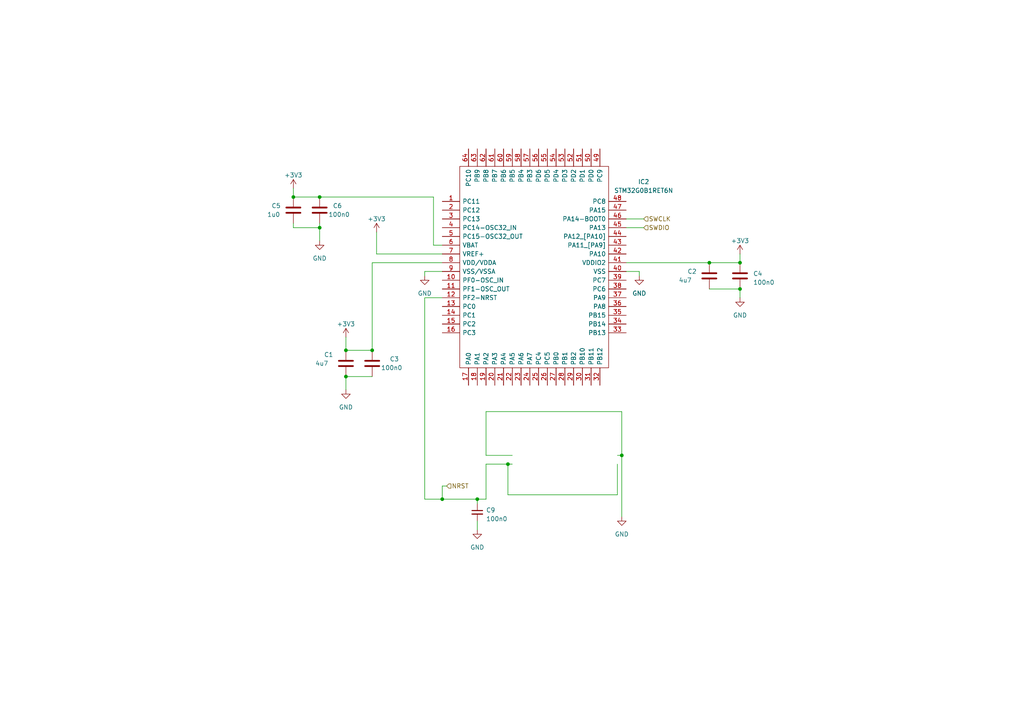
<source format=kicad_sch>
(kicad_sch (version 20230121) (generator eeschema)
  (paper "A4")
  (title_block (title "PCB Test") (rev "0.0.1") (company "Bantha Boi"))
  (lib_symbols
    (symbol "Device:C" (pin_numbers hide) (pin_names (offset 0.254))
      (property "Reference" "C" (at 0.635 2.54 0))
      (property "Value" "C" (at 0.635 -2.54 0))
      (symbol "C_0_1"
        (polyline (pts (xy -2.032 -0.762) (xy 2.032 -0.762)) (stroke (width 0.508)))
        (polyline (pts (xy -2.032 0.762) (xy 2.032 0.762)) (stroke (width 0.508)))
      )
      (symbol "C_1_1"
        (pin passive line (at 0 3.81 270) (length 2.794) (name "~") (number "1"))
        (pin passive line (at 0 -3.81 90) (length 2.794) (name "~") (number "2"))
      )
    )
    (symbol "Device:C_Small" (pin_numbers hide) (pin_names (offset 0.254) hide)
      (property "Reference" "C" (at 0.254 1.778 0))
      (property "Value" "C_Small" (at 0.254 -2.032 0))
      (symbol "C_Small_0_1"
        (polyline (pts (xy -1.524 -0.508) (xy 1.524 -0.508)) (stroke (width 0.3302)))
        (polyline (pts (xy -1.524 0.508) (xy 1.524 0.508)) (stroke (width 0.3048)))
      )
      (symbol "C_Small_1_1"
        (pin passive line (at 0 2.54 270) (length 2.032) (name "~") (number "1"))
        (pin passive line (at 0 -2.54 90) (length 2.032) (name "~") (number "2"))
      )
    )
    (symbol "Sama:STM32G0B1RET6N" (pin_names (offset 0.762))
      (property "Reference" "IC" (at 49.53 15.24 0))
      (property "Value" "STM32G0B1RET6N" (at 49.53 12.7 0))
      (symbol "STM32G0B1RET6N_0_0"
        (pin passive line (at 0 0 0) (length 5.08) (name "PC11") (number "1"))
        (pin passive line (at 0 -22.86 0) (length 5.08) (name "PF0-OSC_IN") (number "10"))
        (pin passive line (at 0 -25.4 0) (length 5.08) (name "PF1-OSC_OUT") (number "11"))
        (pin passive line (at 0 -27.94 0) (length 5.08) (name "PF2-NRST") (number "12"))
        (pin passive line (at 0 -30.48 0) (length 5.08) (name "PC0") (number "13"))
        (pin passive line (at 0 -33.02 0) (length 5.08) (name "PC1") (number "14"))
        (pin passive line (at 0 -35.56 0) (length 5.08) (name "PC2") (number "15"))
        (pin passive line (at 0 -38.1 0) (length 5.08) (name "PC3") (number "16"))
        (pin passive line (at 7.62 -53.34 90) (length 5.08) (name "PA0") (number "17"))
        (pin passive line (at 10.16 -53.34 90) (length 5.08) (name "PA1") (number "18"))
        (pin passive line (at 12.7 -53.34 90) (length 5.08) (name "PA2") (number "19"))
        (pin passive line (at 0 -2.54 0) (length 5.08) (name "PC12") (number "2"))
        (pin passive line (at 15.24 -53.34 90) (length 5.08) (name "PA3") (number "20"))
        (pin passive line (at 17.78 -53.34 90) (length 5.08) (name "PA4") (number "21"))
        (pin passive line (at 20.32 -53.34 90) (length 5.08) (name "PA5") (number "22"))
        (pin passive line (at 22.86 -53.34 90) (length 5.08) (name "PA6") (number "23"))
        (pin passive line (at 25.4 -53.34 90) (length 5.08) (name "PA7") (number "24"))
        (pin passive line (at 27.94 -53.34 90) (length 5.08) (name "PC4") (number "25"))
        (pin passive line (at 30.48 -53.34 90) (length 5.08) (name "PC5") (number "26"))
        (pin passive line (at 33.02 -53.34 90) (length 5.08) (name "PB0") (number "27"))
        (pin passive line (at 35.56 -53.34 90) (length 5.08) (name "PB1") (number "28"))
        (pin passive line (at 38.1 -53.34 90) (length 5.08) (name "PB2") (number "29"))
        (pin passive line (at 0 -5.08 0) (length 5.08) (name "PC13") (number "3"))
        (pin passive line (at 40.64 -53.34 90) (length 5.08) (name "PB10") (number "30"))
        (pin passive line (at 43.18 -53.34 90) (length 5.08) (name "PB11") (number "31"))
        (pin passive line (at 45.72 -53.34 90) (length 5.08) (name "PB12") (number "32"))
        (pin passive line (at 53.34 -38.1 180) (length 5.08) (name "PB13") (number "33"))
        (pin passive line (at 53.34 -35.56 180) (length 5.08) (name "PB14") (number "34"))
        (pin passive line (at 53.34 -33.02 180) (length 5.08) (name "PB15") (number "35"))
        (pin passive line (at 53.34 -30.48 180) (length 5.08) (name "PA8") (number "36"))
        (pin passive line (at 53.34 -27.94 180) (length 5.08) (name "PA9") (number "37"))
        (pin passive line (at 53.34 -25.4 180) (length 5.08) (name "PC6") (number "38"))
        (pin passive line (at 53.34 -22.86 180) (length 5.08) (name "PC7") (number "39"))
        (pin passive line (at 0 -7.62 0) (length 5.08) (name "PC14-OSC32_IN") (number "4"))
        (pin passive line (at 53.34 -20.32 180) (length 5.08) (name "VSS") (number "40"))
        (pin passive line (at 53.34 -17.78 180) (length 5.08) (name "VDDIO2") (number "41"))
        (pin passive line (at 53.34 -15.24 180) (length 5.08) (name "PA10") (number "42"))
        (pin passive line (at 53.34 -12.7 180) (length 5.08) (name "PA11_[PA9]") (number "43"))
        (pin passive line (at 53.34 -10.16 180) (length 5.08) (name "PA12_[PA10]") (number "44"))
        (pin passive line (at 53.34 -7.62 180) (length 5.08) (name "PA13") (number "45"))
        (pin passive line (at 53.34 -5.08 180) (length 5.08) (name "PA14-BOOT0") (number "46"))
        (pin passive line (at 53.34 -2.54 180) (length 5.08) (name "PA15") (number "47"))
        (pin passive line (at 53.34 0 180) (length 5.08) (name "PC8") (number "48"))
        (pin passive line (at 45.72 15.24 270) (length 5.08) (name "PC9") (number "49"))
        (pin passive line (at 0 -10.16 0) (length 5.08) (name "PC15-OSC32_OUT") (number "5"))
        (pin passive line (at 43.18 15.24 270) (length 5.08) (name "PD0") (number "50"))
        (pin passive line (at 40.64 15.24 270) (length 5.08) (name "PD1") (number "51"))
        (pin passive line (at 38.1 15.24 270) (length 5.08) (name "PD2") (number "52"))
        (pin passive line (at 35.56 15.24 270) (length 5.08) (name "PD3") (number "53"))
        (pin passive line (at 33.02 15.24 270) (length 5.08) (name "PD4") (number "54"))
        (pin passive line (at 30.48 15.24 270) (length 5.08) (name "PD5") (number "55"))
        (pin passive line (at 27.94 15.24 270) (length 5.08) (name "PD6") (number "56"))
        (pin passive line (at 25.4 15.24 270) (length 5.08) (name "PB3") (number "57"))
        (pin passive line (at 22.86 15.24 270) (length 5.08) (name "PB4") (number "58"))
        (pin passive line (at 20.32 15.24 270) (length 5.08) (name "PB5") (number "59"))
        (pin passive line (at 0 -12.7 0) (length 5.08) (name "VBAT") (number "6"))
        (pin passive line (at 17.78 15.24 270) (length 5.08) (name "PB6") (number "60"))
        (pin passive line (at 15.24 15.24 270) (length 5.08) (name "PB7") (number "61"))
        (pin passive line (at 12.7 15.24 270) (length 5.08) (name "PB8") (number "62"))
        (pin passive line (at 10.16 15.24 270) (length 5.08) (name "PB9") (number "63"))
        (pin passive line (at 7.62 15.24 270) (length 5.08) (name "PC10") (number "64"))
        (pin passive line (at 0 -15.24 0) (length 5.08) (name "VREF+") (number "7"))
        (pin passive line (at 0 -17.78 0) (length 5.08) (name "VDD/VDDA") (number "8"))
        (pin passive line (at 0 -20.32 0) (length 5.08) (name "VSS/VSSA") (number "9"))
      )
      (symbol "STM32G0B1RET6N_0_1"
        (polyline (pts (xy 5.08 10.16) (xy 48.26 10.16) (xy 48.26 -48.26) (xy 5.08 -48.26) (xy 5.08 10.16)) (stroke (width 0.1524)))
      )
    )
    (symbol "power:+3V3" (power) (pin_names (offset 0))
      (property "Value" "+3V3" (at 0 3.556 0))
      (symbol "+3V3_0_1"
        (polyline (pts (xy -0.762 1.27) (xy 0 2.54)))
        (polyline (pts (xy 0 0) (xy 0 2.54)))
        (polyline (pts (xy 0 2.54) (xy 0.762 1.27)))
      )
      (symbol "+3V3_1_1"
        (pin power_in line (at 0 0 90) (length 0) hide (name "+3V3") (number "1"))
      )
    )
    (symbol "power:GND" (power) (pin_names (offset 0))
      (property "Value" "GND" (at 0 -3.81 0))
      (symbol "GND_0_1"
        (polyline (pts (xy 0 0) (xy 0 -1.27) (xy 1.27 -1.27) (xy 0 -2.54) (xy -1.27 -1.27) (xy 0 -1.27)))
      )
      (symbol "GND_1_1"
        (pin power_in line (at 0 0 270) (length 0) hide (name "GND") (number "1"))
      )
    )
  )
  (junction (at 214.63 76.2))
  (junction (at 205.74 76.2))
  (junction (at 147.32 134.62))
  (junction (at 100.33 101.6))
  (junction (at 128.27 144.78))
  (junction (at 85.09 57.15))
  (junction (at 180.34 132.08))
  (junction (at 100.33 109.22))
  (junction (at 107.95 101.6))
  (junction (at 214.63 83.82))
  (junction (at 138.43 144.78))
  (junction (at 92.71 66.04))
  (junction (at 92.71 57.15))
  (wire (pts (xy 128.27 86.36) (xy 123.19 86.36)))
  (wire (pts (xy 85.09 66.04) (xy 85.09 64.77)))
  (wire (pts (xy 205.74 76.2) (xy 214.63 76.2)))
  (wire (pts (xy 129.54 140.97) (xy 128.27 140.97)))
  (wire (pts (xy 147.32 143.51) (xy 147.32 134.62)))
  (wire (pts (xy 205.74 83.82) (xy 214.63 83.82)))
  (wire (pts (xy 107.95 76.2) (xy 128.27 76.2)))
  (wire (pts (xy 147.32 134.62) (xy 148.59 134.62)))
  (wire (pts (xy 100.33 97.79) (xy 100.33 101.6)))
  (wire (pts (xy 140.97 132.08) (xy 140.97 119.38)))
  (wire (pts (xy 181.61 76.2) (xy 205.74 76.2)))
  (wire (pts (xy 185.42 80.01) (xy 185.42 78.74)))
  (wire (pts (xy 180.34 132.08) (xy 179.07 132.08)))
  (wire (pts (xy 128.27 144.78) (xy 138.43 144.78)))
  (wire (pts (xy 214.63 83.82) (xy 214.63 86.36)))
  (wire (pts (xy 180.34 119.38) (xy 180.34 132.08)))
  (wire (pts (xy 138.43 144.78) (xy 140.97 144.78)))
  (wire (pts (xy 125.73 57.15) (xy 125.73 71.12)))
  (wire (pts (xy 100.33 101.6) (xy 107.95 101.6)))
  (wire (pts (xy 180.34 132.08) (xy 180.34 149.86)))
  (wire (pts (xy 125.73 71.12) (xy 128.27 71.12)))
  (wire (pts (xy 179.07 134.62) (xy 179.07 143.51)))
  (wire (pts (xy 100.33 109.22) (xy 107.95 109.22)))
  (wire (pts (xy 92.71 66.04) (xy 92.71 64.77)))
  (wire (pts (xy 92.71 66.04) (xy 92.71 69.85)))
  (wire (pts (xy 92.71 57.15) (xy 125.73 57.15)))
  (wire (pts (xy 109.22 67.31) (xy 109.22 73.66)))
  (wire (pts (xy 85.09 66.04) (xy 92.71 66.04)))
  (wire (pts (xy 140.97 119.38) (xy 180.34 119.38)))
  (wire (pts (xy 181.61 63.5) (xy 186.69 63.5)))
  (wire (pts (xy 181.61 66.04) (xy 186.69 66.04)))
  (wire (pts (xy 138.43 151.13) (xy 138.43 153.67)))
  (wire (pts (xy 128.27 73.66) (xy 109.22 73.66)))
  (wire (pts (xy 128.27 140.97) (xy 128.27 144.78)))
  (wire (pts (xy 214.63 73.66) (xy 214.63 76.2)))
  (wire (pts (xy 123.19 78.74) (xy 128.27 78.74)))
  (wire (pts (xy 140.97 134.62) (xy 147.32 134.62)))
  (wire (pts (xy 107.95 76.2) (xy 107.95 101.6)))
  (wire (pts (xy 179.07 143.51) (xy 147.32 143.51)))
  (wire (pts (xy 138.43 144.78) (xy 138.43 146.05)))
  (wire (pts (xy 181.61 78.74) (xy 185.42 78.74)))
  (wire (pts (xy 100.33 109.22) (xy 100.33 113.03)))
  (wire (pts (xy 123.19 86.36) (xy 123.19 144.78)))
  (wire (pts (xy 123.19 80.01) (xy 123.19 78.74)))
  (wire (pts (xy 140.97 134.62) (xy 140.97 144.78)))
  (wire (pts (xy 85.09 54.61) (xy 85.09 57.15)))
  (wire (pts (xy 148.59 132.08) (xy 140.97 132.08)))
  (wire (pts (xy 123.19 144.78) (xy 128.27 144.78)))
  (wire (pts (xy 85.09 57.15) (xy 92.71 57.15)))
  (hierarchical_label "SWCLK" (shape input) (at 186.69 63.5 0))
  (hierarchical_label "NRST" (shape input) (at 129.54 140.97 0))
  (hierarchical_label "SWDIO" (shape input) (at 186.69 66.04 0))
  (symbol (lib_id "Device:C") (at 214.63 80.01 0) (unit 1)
    (property "Reference" "C4" (at 218.44 79.375 0) (effects (justify left)))
    (property "Value" "100n0" (at 218.44 81.915 0) (effects (justify left)))
    (property "Footprint" "Capacitor_SMD:C_0805_2012Metric" (effects hide))
  )
  (symbol (lib_id "power:GND") (at 180.34 149.86 0) (unit 1)
    (property "Reference" "#PWR026" (effects hide))
    (property "Value" "GND" (at 180.34 154.94 0))
    (instances (project "FinalPCB" (path "" (reference "#PWR026") (unit 1))) (project "le_of" (path "" (reference "#PWR019") (unit 1))))
  )
  (symbol (lib_id "power:GND") (at 214.63 86.36 0) (unit 1)
    (property "Reference" "#PWR020" (effects hide))
    (property "Value" "GND" (at 214.63 91.44 0))
  )
  (symbol (lib_id "Device:C") (at 100.33 105.41 0) (unit 1)
    (property "Reference" "C1" (at 93.98 102.87 0) (effects (justify left)))
    (property "Value" "4u7" (at 91.44 105.41 0) (effects (justify left)))
    (property "Footprint" "Capacitor_SMD:C_0805_2012Metric" (effects hide))
  )
  (symbol (lib_id "power:+3V3") (at 85.09 54.61 0) (unit 1)
    (property "Reference" "#PWR07" (effects hide))
    (property "Value" "+3V3" (at 85.09 50.8 0))
  )
  (symbol (lib_id "power:GND") (at 123.19 80.01 0) (unit 1)
    (property "Reference" "#PWR021" (effects hide))
    (property "Value" "GND" (at 123.19 85.09 0))
  )
  (symbol (lib_id "power:GND") (at 100.33 113.03 0) (unit 1)
    (property "Reference" "#PWR04" (effects hide))
    (property "Value" "GND" (at 100.33 118.11 0))
  )
  (symbol (lib_id "power:+3V3") (at 100.33 97.79 0) (unit 1)
    (property "Reference" "#PWR06" (effects hide))
    (property "Value" "+3V3" (at 100.33 93.98 0))
  )
  (symbol (lib_id "Device:C") (at 107.95 105.41 0) (unit 1)
    (property "Reference" "C3" (at 113.03 104.14 0) (effects (justify left)))
    (property "Value" "100n0" (at 110.49 106.68 0) (effects (justify left)))
    (property "Footprint" "Capacitor_SMD:C_0805_2012Metric" (effects hide))
  )
  (symbol (lib_id "power:GND") (at 92.71 69.85 0) (unit 1)
    (property "Reference" "#PWR03" (effects hide))
    (property "Value" "GND" (at 92.71 74.93 0))
  )
  (symbol (lib_id "power:+3V3") (at 109.22 67.31 0) (unit 1)
    (property "Reference" "#PWR02" (effects hide))
    (property "Value" "+3V3" (at 109.22 63.5 0))
  )
  (symbol (lib_id "Sama:STM32G0B1RET6N") (at 128.27 58.42 0) (unit 1)
    (property "Reference" "IC2" (at 186.69 52.7303 0))
    (property "Value" "STM32G0B1RET6N" (at 186.69 55.2703 0))
    (property "Footprint" "QFP50P1200X1200X160-64N" (effects hide))
    (property "Datasheet" "https://www.st.com/resource/en/datasheet/stm32g0b1cc.pdf" (effects hide))
    (property "Description" "Mainstream Arm Cortex-M0+ 32-bit MCU, up to 512KB Flash, 144KB RAM, 6x USART, timers, ADC, DAC, comm. I/Fs, 1.7-3.6V" (effects hide))
    (property "Height" "1.6" (effects hide))
    (property "Manufacturer_Name" "STMicroelectronics" (effects hide))
    (property "Manufacturer_Part_Number" "STM32G0B1RET6N" (effects hide))
    (property "Mouser Part Number" "511-STM32G0B1RET6N" (effects hide))
    (property "Mouser Price/Stock" "https://www.mouser.co.uk/ProductDetail/STMicroelectronics/STM32G0B1RET6N?qs=CiayqK2gdcJWJk8rh8lXPw%3D%3D" (effects hide))
    (property "Arrow Part Number" "STM32G0B1RET6N" (effects hide))
    (property "Arrow Price/Stock" "https://www.arrow.com/en/products/stm32g0b1ret6n/stmicroelectronics?region=nac" (effects hide))
  )
  (symbol (lib_id "power:GND") (at 138.43 153.67 0) (unit 1)
    (property "Reference" "#PWR028" (effects hide))
    (property "Value" "GND" (at 138.43 158.75 0))
    (instances (project "FinalPCB" (path "" (reference "#PWR028") (unit 1))) (project "le_of" (path "" (reference "#PWR018") (unit 1))))
  )
  (symbol (lib_id "power:+3V3") (at 214.63 73.66 0) (unit 1)
    (property "Reference" "#PWR05" (effects hide))
    (property "Value" "+3V3" (at 214.63 69.85 0))
  )
  (symbol (lib_id "Device:C") (at 92.71 60.96 0) (unit 1)
    (property "Reference" "C6" (at 96.52 59.69 0) (effects (justify left)))
    (property "Value" "100n0" (at 95.25 62.23 0) (effects (justify left)))
    (property "Footprint" "Capacitor_SMD:C_0805_2012Metric" (effects hide))
  )
  (symbol (lib_id "Device:C_Small") (at 138.43 148.59 0) (unit 1)
    (property "Reference" "C9" (at 140.97 147.9613 0) (effects (justify left)))
    (property "Value" "100n0" (at 140.97 150.5013 0) (effects (justify left)))
    (property "Footprint" "Capacitor_SMD:C_0805_2012Metric" (effects hide))
    (instances (project "FinalPCB" (path "" (reference "C9") (unit 1))) (project "le_of" (path "" (reference "C10") (unit 1))))
  )
  (symbol (lib_id "Device:C") (at 205.74 80.01 0) (unit 1)
    (property "Reference" "C2" (at 199.39 78.74 0) (effects (justify left)))
    (property "Value" "4u7" (at 196.85 81.28 0) (effects (justify left)))
    (property "Footprint" "Capacitor_SMD:C_0805_2012Metric" (effects hide))
  )
  (symbol (lib_id "Device:C") (at 85.09 60.96 0) (unit 1)
    (property "Reference" "C5" (at 78.74 59.69 0) (effects (justify left)))
    (property "Value" "1u0" (at 77.47 62.23 0) (effects (justify left)))
    (property "Footprint" "Capacitor_SMD:C_0805_2012Metric" (effects hide))
  )
  (symbol (lib_id "power:GND") (at 185.42 80.01 0) (unit 1)
    (property "Reference" "#PWR01" (effects hide))
    (property "Value" "GND" (at 185.42 85.09 0))
  )
)
</source>
